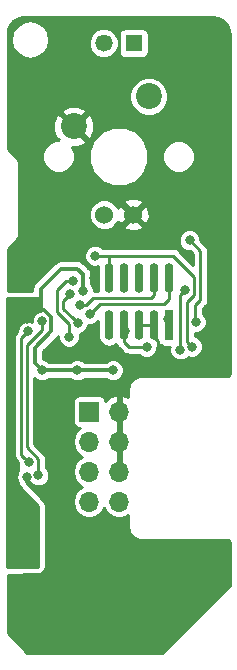
<source format=gbl>
G04 #@! TF.GenerationSoftware,KiCad,Pcbnew,5.0.1*
G04 #@! TF.CreationDate,2019-03-28T22:54:33+10:30*
G04 #@! TF.ProjectId,reflex,7265666C65782E6B696361645F706362,rev?*
G04 #@! TF.SameCoordinates,Original*
G04 #@! TF.FileFunction,Copper,L2,Bot,Signal*
G04 #@! TF.FilePolarity,Positive*
%FSLAX46Y46*%
G04 Gerber Fmt 4.6, Leading zero omitted, Abs format (unit mm)*
G04 Created by KiCad (PCBNEW 5.0.1) date Thu 28 Mar 2019 22:54:33 ACDT*
%MOMM*%
%LPD*%
G01*
G04 APERTURE LIST*
G04 #@! TA.AperFunction,ComponentPad*
%ADD10R,1.700000X1.700000*%
G04 #@! TD*
G04 #@! TA.AperFunction,ComponentPad*
%ADD11O,1.700000X1.700000*%
G04 #@! TD*
G04 #@! TA.AperFunction,ComponentPad*
%ADD12R,1.470000X1.470000*%
G04 #@! TD*
G04 #@! TA.AperFunction,ComponentPad*
%ADD13C,1.470000*%
G04 #@! TD*
G04 #@! TA.AperFunction,ComponentPad*
%ADD14C,2.200000*%
G04 #@! TD*
G04 #@! TA.AperFunction,ComponentPad*
%ADD15C,1.524000*%
G04 #@! TD*
G04 #@! TA.AperFunction,SMDPad,CuDef*
%ADD16O,0.750000X2.500000*%
G04 #@! TD*
G04 #@! TA.AperFunction,SMDPad,CuDef*
%ADD17R,0.750000X2.500000*%
G04 #@! TD*
G04 #@! TA.AperFunction,ViaPad*
%ADD18C,0.800000*%
G04 #@! TD*
G04 #@! TA.AperFunction,Conductor*
%ADD19C,0.250000*%
G04 #@! TD*
G04 #@! TA.AperFunction,Conductor*
%ADD20C,0.350000*%
G04 #@! TD*
G04 #@! TA.AperFunction,Conductor*
%ADD21C,0.254000*%
G04 #@! TD*
G04 #@! TA.AperFunction,Conductor*
%ADD22C,0.220000*%
G04 #@! TD*
G04 APERTURE END LIST*
D10*
G04 #@! TO.P,J2,1*
G04 #@! TO.N,Net-(J2-Pad1)*
X97500000Y-109000000D03*
D11*
G04 #@! TO.P,J2,8*
G04 #@! TO.N,GND*
X100040000Y-109000000D03*
G04 #@! TO.P,J2,2*
G04 #@! TO.N,Net-(J2-Pad2)*
X97500000Y-111540000D03*
G04 #@! TO.P,J2,7*
G04 #@! TO.N,GND*
X100040000Y-111540000D03*
G04 #@! TO.P,J2,3*
G04 #@! TO.N,Net-(J2-Pad3)*
X97500000Y-114080000D03*
G04 #@! TO.P,J2,6*
G04 #@! TO.N,GND*
X100040000Y-114080000D03*
G04 #@! TO.P,J2,4*
G04 #@! TO.N,Net-(J2-Pad4)*
X97500000Y-116620000D03*
G04 #@! TO.P,J2,5*
G04 #@! TO.N,Net-(J2-Pad5)*
X100040000Y-116620000D03*
G04 #@! TD*
D12*
G04 #@! TO.P,Q1,E*
G04 #@! TO.N,PHOTO_TRANS*
X101270000Y-77800000D03*
D13*
G04 #@! TO.P,Q1,C*
G04 #@! TO.N,Net-(Q1-PadC)*
X98730000Y-77800000D03*
G04 #@! TD*
D14*
G04 #@! TO.P,SW1,1*
G04 #@! TO.N,SWITCH_TRIG*
X102540000Y-82320000D03*
G04 #@! TO.P,SW1,2*
G04 #@! TO.N,GND*
X96190000Y-84860000D03*
D15*
G04 #@! TO.P,SW1,3*
G04 #@! TO.N,Net-(R4-Pad1)*
X98790000Y-92320000D03*
G04 #@! TO.P,SW1,4*
G04 #@! TO.N,GND*
X101220000Y-92320000D03*
G04 #@! TD*
D16*
G04 #@! TO.P,X1,9*
G04 #@! TO.N,Net-(X1-Pad9)*
X99160000Y-101700000D03*
G04 #@! TO.P,X1,7*
G04 #@! TO.N,PHOTO_TRANS*
X100430000Y-101700000D03*
G04 #@! TO.P,X1,5*
G04 #@! TO.N,GND*
X101700000Y-101700000D03*
G04 #@! TO.P,X1,3*
X102970000Y-101700000D03*
D17*
G04 #@! TO.P,X1,1*
G04 #@! TO.N,+3.3V*
X104240000Y-101700000D03*
D16*
G04 #@! TO.P,X1,10*
G04 #@! TO.N,~RESET*
X99160000Y-97700000D03*
G04 #@! TO.P,X1,8*
G04 #@! TO.N,Net-(X1-Pad8)*
X100430000Y-97700000D03*
G04 #@! TO.P,X1,6*
G04 #@! TO.N,Net-(X1-Pad6)*
X101700000Y-97700000D03*
G04 #@! TO.P,X1,4*
G04 #@! TO.N,STATUS_CAPTURE*
X102970000Y-97700000D03*
G04 #@! TO.P,X1,2*
G04 #@! TO.N,STATUS_TRIGGER*
X104240000Y-97700000D03*
G04 #@! TD*
D18*
G04 #@! TO.N,PHOTO_TRANS*
X100500000Y-102174990D03*
X106000000Y-94500000D03*
X102362653Y-103537347D03*
X106525010Y-101400000D03*
G04 #@! TO.N,GND*
X103250000Y-121250000D03*
X105000000Y-121000000D03*
X93200000Y-107500000D03*
X95625000Y-107400000D03*
X94275000Y-103700000D03*
X92200010Y-114500000D03*
X93204075Y-96504075D03*
X97947653Y-97722347D03*
X94900000Y-124600000D03*
X93000000Y-127000000D03*
X97100160Y-103625160D03*
X107000000Y-105600000D03*
X108700000Y-98900000D03*
X100800000Y-104499994D03*
X105400000Y-80400000D03*
G04 #@! TO.N,+3.3V*
X93500000Y-105500000D03*
X96500000Y-105500000D03*
X92600000Y-118600000D03*
X99500000Y-105500000D03*
X96987347Y-98812653D03*
X91500000Y-121500000D03*
X92200000Y-101200000D03*
X104200000Y-101200000D03*
G04 #@! TO.N,STATUS_CAPTURE*
X96700000Y-99975000D03*
G04 #@! TO.N,STATUS_TRIGGER*
X97600089Y-100700141D03*
G04 #@! TO.N,EXTERNAL_TRIG*
X105612653Y-98725000D03*
X105229846Y-103742538D03*
G04 #@! TO.N,~RESET*
X98000000Y-95800000D03*
X106200000Y-103500000D03*
G04 #@! TO.N,LED_DATA*
X95912664Y-99012655D03*
X96517724Y-101497468D03*
G04 #@! TO.N,LED_CLK*
X95800000Y-102700000D03*
X96100000Y-97950009D03*
G04 #@! TO.N,Net-(U4-Pad6)*
X93200000Y-114400000D03*
X93499994Y-101321030D03*
G04 #@! TO.N,Net-(U4-Pad1)*
X92399982Y-113300000D03*
X92299970Y-102199938D03*
G04 #@! TD*
D19*
G04 #@! TO.N,PHOTO_TRANS*
X106500000Y-101374990D02*
X106525010Y-101400000D01*
X106500000Y-100000000D02*
X106500000Y-101374990D01*
X106925009Y-99574991D02*
X106500000Y-100000000D01*
X106000000Y-94500000D02*
X106925009Y-95425009D01*
X106925009Y-95425009D02*
X106925009Y-99574991D01*
X100837347Y-103537347D02*
X102362653Y-103537347D01*
X100430000Y-101700000D02*
X100430000Y-103130000D01*
X100430000Y-103130000D02*
X100837347Y-103537347D01*
G04 #@! TO.N,GND*
X102970000Y-101700000D02*
X103000000Y-101730000D01*
X102970000Y-101700000D02*
X101700000Y-101700000D01*
X103300000Y-103000000D02*
X103300000Y-103900000D01*
X102970000Y-101700000D02*
X102970000Y-102670000D01*
X102970000Y-102670000D02*
X103300000Y-103000000D01*
D20*
G04 #@! TO.N,+3.3V*
X98934315Y-105500000D02*
X96500000Y-105500000D01*
X99500000Y-105500000D02*
X98934315Y-105500000D01*
X96500000Y-105500000D02*
X93500000Y-105500000D01*
X94300000Y-102200000D02*
X94300000Y-101000000D01*
X92900000Y-104900000D02*
X92900000Y-103600000D01*
X93500000Y-105500000D02*
X92900000Y-104900000D01*
X92900000Y-103600000D02*
X94300000Y-102200000D01*
X94300000Y-101000000D02*
X93700000Y-100400000D01*
X93700000Y-100400000D02*
X93500000Y-100400000D01*
D19*
X93000000Y-100400000D02*
X92200000Y-101200000D01*
X93500000Y-100400000D02*
X93000000Y-100400000D01*
X93400000Y-100300000D02*
X93500000Y-100400000D01*
D20*
X93400000Y-98600000D02*
X93400000Y-100300000D01*
X95100000Y-96900000D02*
X93400000Y-98600000D01*
X96987347Y-98812653D02*
X96987347Y-97387347D01*
X96500000Y-96900000D02*
X95100000Y-96900000D01*
X96987347Y-97387347D02*
X96500000Y-96900000D01*
D19*
G04 #@! TO.N,STATUS_CAPTURE*
X102970000Y-99130000D02*
X102970000Y-97700000D01*
X102700000Y-99400000D02*
X102970000Y-99130000D01*
X97840685Y-99400000D02*
X102700000Y-99400000D01*
X96700000Y-99975000D02*
X97265685Y-99975000D01*
X97265685Y-99975000D02*
X97840685Y-99400000D01*
G04 #@! TO.N,STATUS_TRIGGER*
X104240000Y-99460000D02*
X104240000Y-97700000D01*
X103849990Y-99850010D02*
X104240000Y-99460000D01*
X97600089Y-100700141D02*
X98450220Y-99850010D01*
X98450220Y-99850010D02*
X103849990Y-99850010D01*
G04 #@! TO.N,EXTERNAL_TRIG*
X105229846Y-103176853D02*
X105229846Y-103742538D01*
X105612653Y-98725000D02*
X105229846Y-99107807D01*
X105229846Y-99107807D02*
X105229846Y-103176853D01*
G04 #@! TO.N,~RESET*
X99200000Y-95800000D02*
X98000000Y-95800000D01*
X99160000Y-97700000D02*
X99160000Y-95840000D01*
X99160000Y-95840000D02*
X99200000Y-95800000D01*
X105800000Y-103100000D02*
X106200000Y-103500000D01*
X105800000Y-99699999D02*
X105800000Y-103100000D01*
X106400000Y-99099999D02*
X105800000Y-99699999D01*
X106400000Y-97600000D02*
X106400000Y-99099999D01*
X104600000Y-95800000D02*
X106400000Y-97600000D01*
X98000000Y-95800000D02*
X104600000Y-95800000D01*
G04 #@! TO.N,LED_DATA*
X96117725Y-101097469D02*
X96517724Y-101497468D01*
X95912664Y-99012655D02*
X95300000Y-99625319D01*
X95300000Y-100279744D02*
X96117725Y-101097469D01*
X95300000Y-99625319D02*
X95300000Y-100279744D01*
G04 #@! TO.N,LED_CLK*
X95800000Y-101600000D02*
X94750010Y-100550010D01*
X94750010Y-98734314D02*
X95534315Y-97950009D01*
X95534315Y-97950009D02*
X96100000Y-97950009D01*
X95800000Y-102700000D02*
X95800000Y-101600000D01*
X94750010Y-100550010D02*
X94750010Y-98734314D01*
G04 #@! TO.N,Net-(U4-Pad6)*
X93499994Y-102072916D02*
X92200000Y-103372910D01*
X93499994Y-101321030D02*
X93499994Y-102072916D01*
X93200000Y-113834315D02*
X93200000Y-114400000D01*
X93200000Y-113027016D02*
X93200000Y-113834315D01*
X92200000Y-112027016D02*
X93200000Y-113027016D01*
X92200000Y-103372910D02*
X92200000Y-112027016D01*
G04 #@! TO.N,Net-(U4-Pad1)*
X91999983Y-112900001D02*
X92399982Y-113300000D01*
X91749990Y-112650008D02*
X91999983Y-112900001D01*
X91749990Y-102749918D02*
X91749990Y-112650008D01*
X92299970Y-102199938D02*
X91749990Y-102749918D01*
G04 #@! TD*
D21*
G04 #@! TO.N,GND*
G36*
X108390649Y-75664087D02*
X108749891Y-75827424D01*
X109048853Y-76085027D01*
X109263497Y-76416183D01*
X109382533Y-76814212D01*
X109398000Y-77022342D01*
X109398001Y-105790703D01*
X109375838Y-105902125D01*
X109346313Y-105946312D01*
X109302124Y-105975838D01*
X109190708Y-105998000D01*
X101840712Y-105998000D01*
X101782561Y-106009567D01*
X101782557Y-106009567D01*
X101591214Y-106047627D01*
X101591212Y-106047628D01*
X101591211Y-106047628D01*
X101501321Y-106084862D01*
X101374206Y-106137515D01*
X101374205Y-106137516D01*
X101374202Y-106137517D01*
X101211991Y-106245904D01*
X101101266Y-106356631D01*
X101045904Y-106411992D01*
X100937517Y-106574202D01*
X100937516Y-106574205D01*
X100937515Y-106574206D01*
X100911274Y-106637557D01*
X100862419Y-106755504D01*
X100847627Y-106791214D01*
X100809567Y-106982556D01*
X100809567Y-106982566D01*
X100798001Y-107040712D01*
X100798001Y-107746885D01*
X100396892Y-107558514D01*
X100167000Y-107679181D01*
X100167000Y-108873000D01*
X100187000Y-108873000D01*
X100187000Y-109127000D01*
X100167000Y-109127000D01*
X100167000Y-111413000D01*
X100187000Y-111413000D01*
X100187000Y-111667000D01*
X100167000Y-111667000D01*
X100167000Y-113953000D01*
X100187000Y-113953000D01*
X100187000Y-114207000D01*
X100167000Y-114207000D01*
X100167000Y-114227000D01*
X99913000Y-114227000D01*
X99913000Y-114207000D01*
X99893000Y-114207000D01*
X99893000Y-113953000D01*
X99913000Y-113953000D01*
X99913000Y-111667000D01*
X99893000Y-111667000D01*
X99893000Y-111413000D01*
X99913000Y-111413000D01*
X99913000Y-109127000D01*
X99893000Y-109127000D01*
X99893000Y-108873000D01*
X99913000Y-108873000D01*
X99913000Y-107679181D01*
X99683108Y-107558514D01*
X99158642Y-107804817D01*
X98879574Y-108111037D01*
X98846423Y-107944375D01*
X98729945Y-107770055D01*
X98555625Y-107653577D01*
X98350000Y-107612676D01*
X96650000Y-107612676D01*
X96444375Y-107653577D01*
X96270055Y-107770055D01*
X96153577Y-107944375D01*
X96112676Y-108150000D01*
X96112676Y-109850000D01*
X96153577Y-110055625D01*
X96270055Y-110229945D01*
X96444375Y-110346423D01*
X96650000Y-110387324D01*
X96746566Y-110387324D01*
X96507238Y-110547238D01*
X96202894Y-111002721D01*
X96096023Y-111540000D01*
X96202894Y-112077279D01*
X96507238Y-112532762D01*
X96922154Y-112810000D01*
X96507238Y-113087238D01*
X96202894Y-113542721D01*
X96096023Y-114080000D01*
X96202894Y-114617279D01*
X96507238Y-115072762D01*
X96922154Y-115350000D01*
X96507238Y-115627238D01*
X96202894Y-116082721D01*
X96096023Y-116620000D01*
X96202894Y-117157279D01*
X96507238Y-117612762D01*
X96962721Y-117917106D01*
X97364377Y-117997000D01*
X97635623Y-117997000D01*
X98037279Y-117917106D01*
X98492762Y-117612762D01*
X98770000Y-117197846D01*
X99047238Y-117612762D01*
X99502721Y-117917106D01*
X99904377Y-117997000D01*
X100175623Y-117997000D01*
X100577279Y-117917106D01*
X100798000Y-117769625D01*
X100798000Y-118809287D01*
X100809567Y-118867438D01*
X100809567Y-118867444D01*
X100847627Y-119058786D01*
X100847628Y-119058788D01*
X100847628Y-119058789D01*
X100878183Y-119132555D01*
X100914817Y-119220995D01*
X100937517Y-119275798D01*
X101045904Y-119438008D01*
X101092784Y-119484888D01*
X101211991Y-119604096D01*
X101374202Y-119712483D01*
X101374205Y-119712484D01*
X101374206Y-119712485D01*
X101466088Y-119750544D01*
X101591211Y-119802372D01*
X101591212Y-119802372D01*
X101591214Y-119802373D01*
X101782557Y-119840433D01*
X101782561Y-119840433D01*
X101840712Y-119852000D01*
X109190708Y-119852000D01*
X109302124Y-119874162D01*
X109346313Y-119903688D01*
X109375838Y-119947875D01*
X109398000Y-120059292D01*
X109398001Y-123719288D01*
X109391315Y-123752900D01*
X109382398Y-123766245D01*
X103766249Y-129382395D01*
X103752898Y-129391316D01*
X103719294Y-129398000D01*
X92259292Y-129398000D01*
X92246890Y-129395533D01*
X90604467Y-127753111D01*
X90602000Y-127740709D01*
X90602000Y-122817940D01*
X93111014Y-122779924D01*
X93245840Y-122760265D01*
X93344554Y-122732475D01*
X93577202Y-122595005D01*
X93649166Y-122521942D01*
X93783094Y-122287242D01*
X93809386Y-122188118D01*
X93827000Y-122053007D01*
X93827000Y-117031150D01*
X93817243Y-116930213D01*
X93802569Y-116855017D01*
X93726665Y-116667946D01*
X93684795Y-116603785D01*
X93621462Y-116524587D01*
X92127000Y-114986170D01*
X92127000Y-114190305D01*
X92215590Y-114227000D01*
X92273000Y-114227000D01*
X92273000Y-114584392D01*
X92414127Y-114925103D01*
X92674897Y-115185873D01*
X93015608Y-115327000D01*
X93384392Y-115327000D01*
X93725103Y-115185873D01*
X93985873Y-114925103D01*
X94127000Y-114584392D01*
X94127000Y-114215608D01*
X93985873Y-113874897D01*
X93852000Y-113741024D01*
X93852000Y-113091226D01*
X93864772Y-113027016D01*
X93852000Y-112962806D01*
X93852000Y-112962802D01*
X93814170Y-112772618D01*
X93774091Y-112712636D01*
X93706440Y-112611388D01*
X93706437Y-112611385D01*
X93670065Y-112556951D01*
X93615631Y-112520580D01*
X92852000Y-111756950D01*
X92852000Y-106162976D01*
X92974897Y-106285873D01*
X93315608Y-106427000D01*
X93684392Y-106427000D01*
X94025103Y-106285873D01*
X94108976Y-106202000D01*
X95891024Y-106202000D01*
X95974897Y-106285873D01*
X96315608Y-106427000D01*
X96684392Y-106427000D01*
X97025103Y-106285873D01*
X97108976Y-106202000D01*
X98891024Y-106202000D01*
X98974897Y-106285873D01*
X99315608Y-106427000D01*
X99684392Y-106427000D01*
X100025103Y-106285873D01*
X100285873Y-106025103D01*
X100427000Y-105684392D01*
X100427000Y-105315608D01*
X100285873Y-104974897D01*
X100025103Y-104714127D01*
X99684392Y-104573000D01*
X99315608Y-104573000D01*
X98974897Y-104714127D01*
X98891024Y-104798000D01*
X97108976Y-104798000D01*
X97025103Y-104714127D01*
X96684392Y-104573000D01*
X96315608Y-104573000D01*
X95974897Y-104714127D01*
X95891024Y-104798000D01*
X94108976Y-104798000D01*
X94025103Y-104714127D01*
X93684392Y-104573000D01*
X93602000Y-104573000D01*
X93602000Y-103890777D01*
X94747505Y-102745273D01*
X94806112Y-102706113D01*
X94845273Y-102647505D01*
X94845275Y-102647503D01*
X94873000Y-102606010D01*
X94873000Y-102884392D01*
X95014127Y-103225103D01*
X95274897Y-103485873D01*
X95615608Y-103627000D01*
X95984392Y-103627000D01*
X96325103Y-103485873D01*
X96585873Y-103225103D01*
X96727000Y-102884392D01*
X96727000Y-102515608D01*
X96689249Y-102424468D01*
X96702116Y-102424468D01*
X97042827Y-102283341D01*
X97303597Y-102022571D01*
X97444724Y-101681860D01*
X97444724Y-101627141D01*
X97784481Y-101627141D01*
X98125192Y-101486014D01*
X98258001Y-101353205D01*
X98258000Y-102663837D01*
X98310335Y-102926942D01*
X98509694Y-103225306D01*
X98808057Y-103424665D01*
X99160000Y-103494671D01*
X99511942Y-103424665D01*
X99787250Y-103240712D01*
X99815830Y-103384397D01*
X99918029Y-103537347D01*
X99959936Y-103600065D01*
X100014372Y-103636438D01*
X100330908Y-103952975D01*
X100367282Y-104007412D01*
X100421719Y-104043786D01*
X100421720Y-104043787D01*
X100487431Y-104087693D01*
X100582949Y-104151517D01*
X100773133Y-104189347D01*
X100773137Y-104189347D01*
X100837347Y-104202119D01*
X100901557Y-104189347D01*
X101703677Y-104189347D01*
X101837550Y-104323220D01*
X102178261Y-104464347D01*
X102547045Y-104464347D01*
X102887756Y-104323220D01*
X103148526Y-104062450D01*
X103289653Y-103721739D01*
X103289653Y-103526625D01*
X103573546Y-103389073D01*
X103659375Y-103446423D01*
X103865000Y-103487324D01*
X104332181Y-103487324D01*
X104302846Y-103558146D01*
X104302846Y-103926930D01*
X104443973Y-104267641D01*
X104704743Y-104528411D01*
X105045454Y-104669538D01*
X105414238Y-104669538D01*
X105754949Y-104528411D01*
X105903003Y-104380357D01*
X106015608Y-104427000D01*
X106384392Y-104427000D01*
X106725103Y-104285873D01*
X106985873Y-104025103D01*
X107127000Y-103684392D01*
X107127000Y-103315608D01*
X106985873Y-102974897D01*
X106725103Y-102714127D01*
X106452000Y-102601004D01*
X106452000Y-102327000D01*
X106709402Y-102327000D01*
X107050113Y-102185873D01*
X107310883Y-101925103D01*
X107452010Y-101584392D01*
X107452010Y-101215608D01*
X107310883Y-100874897D01*
X107152000Y-100716014D01*
X107152000Y-100270066D01*
X107340637Y-100081430D01*
X107395074Y-100045056D01*
X107539179Y-99829389D01*
X107577009Y-99639205D01*
X107577009Y-99639197D01*
X107589780Y-99574992D01*
X107577009Y-99510787D01*
X107577009Y-95489218D01*
X107589781Y-95425008D01*
X107577009Y-95360796D01*
X107577009Y-95360795D01*
X107539179Y-95170611D01*
X107395074Y-94954944D01*
X107340638Y-94918571D01*
X106927000Y-94504933D01*
X106927000Y-94315608D01*
X106785873Y-93974897D01*
X106525103Y-93714127D01*
X106184392Y-93573000D01*
X105815608Y-93573000D01*
X105474897Y-93714127D01*
X105214127Y-93974897D01*
X105073000Y-94315608D01*
X105073000Y-94684392D01*
X105214127Y-95025103D01*
X105474897Y-95285873D01*
X105815608Y-95427000D01*
X106004933Y-95427000D01*
X106273009Y-95695076D01*
X106273009Y-96550943D01*
X105106441Y-95384374D01*
X105070065Y-95329935D01*
X104854398Y-95185830D01*
X104664214Y-95148000D01*
X104664210Y-95148000D01*
X104600000Y-95135228D01*
X104535790Y-95148000D01*
X99264210Y-95148000D01*
X99200000Y-95135228D01*
X99135790Y-95148000D01*
X98658976Y-95148000D01*
X98525103Y-95014127D01*
X98184392Y-94873000D01*
X97815608Y-94873000D01*
X97474897Y-95014127D01*
X97214127Y-95274897D01*
X97073000Y-95615608D01*
X97073000Y-95984392D01*
X97214127Y-96325103D01*
X97474897Y-96585873D01*
X97815608Y-96727000D01*
X98184392Y-96727000D01*
X98266596Y-96692950D01*
X98258001Y-96736162D01*
X98258000Y-98663837D01*
X98274741Y-98748000D01*
X97914347Y-98748000D01*
X97914347Y-98628261D01*
X97773220Y-98287550D01*
X97689347Y-98203677D01*
X97689347Y-97456482D01*
X97703099Y-97387347D01*
X97689347Y-97318211D01*
X97648616Y-97113441D01*
X97493460Y-96881234D01*
X97434849Y-96842072D01*
X97045277Y-96452500D01*
X97006113Y-96393887D01*
X96773906Y-96238731D01*
X96569136Y-96198000D01*
X96569132Y-96198000D01*
X96500000Y-96184249D01*
X96430868Y-96198000D01*
X95169131Y-96198000D01*
X95099999Y-96184249D01*
X95030867Y-96198000D01*
X95030864Y-96198000D01*
X94826094Y-96238731D01*
X94826093Y-96238732D01*
X94826092Y-96238732D01*
X94779199Y-96270065D01*
X94593887Y-96393887D01*
X94554725Y-96452497D01*
X92952498Y-98054725D01*
X92893887Y-98093888D01*
X92854725Y-98152498D01*
X92786279Y-98254935D01*
X92738731Y-98326095D01*
X92698000Y-98530865D01*
X92698000Y-98530868D01*
X92684249Y-98600000D01*
X92698000Y-98669132D01*
X92698000Y-98773000D01*
X90602000Y-98773000D01*
X90602000Y-95280707D01*
X90608685Y-95247101D01*
X90617604Y-95233752D01*
X91317600Y-94533756D01*
X91350539Y-94484460D01*
X91350543Y-94484456D01*
X91458930Y-94322245D01*
X91481631Y-94267442D01*
X91511585Y-94195126D01*
X91548819Y-94105236D01*
X91548819Y-94105235D01*
X91548820Y-94105233D01*
X91561007Y-94043963D01*
X91567071Y-94034888D01*
X91602000Y-93859288D01*
X91602000Y-92063602D01*
X97501000Y-92063602D01*
X97501000Y-92576398D01*
X97697239Y-93050160D01*
X98059840Y-93412761D01*
X98533602Y-93609000D01*
X99046398Y-93609000D01*
X99520160Y-93412761D01*
X99632708Y-93300213D01*
X100419392Y-93300213D01*
X100488857Y-93542397D01*
X101012302Y-93729144D01*
X101567368Y-93701362D01*
X101951143Y-93542397D01*
X102020608Y-93300213D01*
X101220000Y-92499605D01*
X100419392Y-93300213D01*
X99632708Y-93300213D01*
X99882761Y-93050160D01*
X99939978Y-92912025D01*
X99997603Y-93051143D01*
X100239787Y-93120608D01*
X101040395Y-92320000D01*
X101399605Y-92320000D01*
X102200213Y-93120608D01*
X102442397Y-93051143D01*
X102629144Y-92527698D01*
X102601362Y-91972632D01*
X102442397Y-91588857D01*
X102200213Y-91519392D01*
X101399605Y-92320000D01*
X101040395Y-92320000D01*
X100239787Y-91519392D01*
X99997603Y-91588857D01*
X99944272Y-91738341D01*
X99882761Y-91589840D01*
X99632708Y-91339787D01*
X100419392Y-91339787D01*
X101220000Y-92140395D01*
X102020608Y-91339787D01*
X101951143Y-91097603D01*
X101427698Y-90910856D01*
X100872632Y-90938638D01*
X100488857Y-91097603D01*
X100419392Y-91339787D01*
X99632708Y-91339787D01*
X99520160Y-91227239D01*
X99046398Y-91031000D01*
X98533602Y-91031000D01*
X98059840Y-91227239D01*
X97697239Y-91589840D01*
X97501000Y-92063602D01*
X91602000Y-92063602D01*
X91602000Y-88140712D01*
X91567071Y-87965112D01*
X91552371Y-87891212D01*
X91500499Y-87765983D01*
X91462484Y-87674205D01*
X91354098Y-87511994D01*
X91336231Y-87494127D01*
X91317600Y-87466244D01*
X90977454Y-87126098D01*
X93543000Y-87126098D01*
X93543000Y-87673902D01*
X93752636Y-88180008D01*
X94139992Y-88567364D01*
X94646098Y-88777000D01*
X95193902Y-88777000D01*
X95700008Y-88567364D01*
X96087364Y-88180008D01*
X96297000Y-87673902D01*
X96297000Y-87126098D01*
X96202249Y-86897348D01*
X97473000Y-86897348D01*
X97473000Y-87902652D01*
X97857713Y-88831431D01*
X98568569Y-89542287D01*
X99497348Y-89927000D01*
X100502652Y-89927000D01*
X101431431Y-89542287D01*
X102142287Y-88831431D01*
X102527000Y-87902652D01*
X102527000Y-87126098D01*
X103703000Y-87126098D01*
X103703000Y-87673902D01*
X103912636Y-88180008D01*
X104299992Y-88567364D01*
X104806098Y-88777000D01*
X105353902Y-88777000D01*
X105860008Y-88567364D01*
X106247364Y-88180008D01*
X106457000Y-87673902D01*
X106457000Y-87126098D01*
X106247364Y-86619992D01*
X105860008Y-86232636D01*
X105353902Y-86023000D01*
X104806098Y-86023000D01*
X104299992Y-86232636D01*
X103912636Y-86619992D01*
X103703000Y-87126098D01*
X102527000Y-87126098D01*
X102527000Y-86897348D01*
X102142287Y-85968569D01*
X101431431Y-85257713D01*
X100502652Y-84873000D01*
X99497348Y-84873000D01*
X98568569Y-85257713D01*
X97857713Y-85968569D01*
X97473000Y-86897348D01*
X96202249Y-86897348D01*
X96087364Y-86619992D01*
X96067294Y-86599922D01*
X96591453Y-86582836D01*
X97124359Y-86362099D01*
X97235263Y-86084868D01*
X96190000Y-85039605D01*
X96175858Y-85053748D01*
X95996253Y-84874143D01*
X96010395Y-84860000D01*
X96369605Y-84860000D01*
X97414868Y-85905263D01*
X97692099Y-85794359D01*
X97935323Y-85148407D01*
X97912836Y-84458547D01*
X97692099Y-83925641D01*
X97414868Y-83814737D01*
X96369605Y-84860000D01*
X96010395Y-84860000D01*
X94965132Y-83814737D01*
X94687901Y-83925641D01*
X94444677Y-84571593D01*
X94467164Y-85261453D01*
X94687901Y-85794359D01*
X94965130Y-85905262D01*
X94851090Y-86019302D01*
X94854788Y-86023000D01*
X94646098Y-86023000D01*
X94139992Y-86232636D01*
X93752636Y-86619992D01*
X93543000Y-87126098D01*
X90977454Y-87126098D01*
X90604467Y-86753111D01*
X90602000Y-86740709D01*
X90602000Y-83635132D01*
X95144737Y-83635132D01*
X96190000Y-84680395D01*
X97235263Y-83635132D01*
X97124359Y-83357901D01*
X96478407Y-83114677D01*
X95788547Y-83137164D01*
X95255641Y-83357901D01*
X95144737Y-83635132D01*
X90602000Y-83635132D01*
X90602000Y-81996370D01*
X100913000Y-81996370D01*
X100913000Y-82643630D01*
X101160696Y-83241622D01*
X101618378Y-83699304D01*
X102216370Y-83947000D01*
X102863630Y-83947000D01*
X103461622Y-83699304D01*
X103919304Y-83241622D01*
X104167000Y-82643630D01*
X104167000Y-81996370D01*
X103919304Y-81398378D01*
X103461622Y-80940696D01*
X102863630Y-80693000D01*
X102216370Y-80693000D01*
X101618378Y-80940696D01*
X101160696Y-81398378D01*
X100913000Y-81996370D01*
X90602000Y-81996370D01*
X90602000Y-77500000D01*
X90878000Y-77500000D01*
X91001467Y-78120713D01*
X91353073Y-78646927D01*
X91879287Y-78998533D01*
X92500000Y-79122000D01*
X93120713Y-78998533D01*
X93646927Y-78646927D01*
X93998533Y-78120713D01*
X94112258Y-77548973D01*
X97468000Y-77548973D01*
X97468000Y-78051027D01*
X97660128Y-78514866D01*
X98015134Y-78869872D01*
X98478973Y-79062000D01*
X98981027Y-79062000D01*
X99444866Y-78869872D01*
X99799872Y-78514866D01*
X99992000Y-78051027D01*
X99992000Y-77548973D01*
X99799872Y-77085134D01*
X99779738Y-77065000D01*
X99997676Y-77065000D01*
X99997676Y-78535000D01*
X100038577Y-78740625D01*
X100155055Y-78914945D01*
X100329375Y-79031423D01*
X100535000Y-79072324D01*
X102005000Y-79072324D01*
X102210625Y-79031423D01*
X102384945Y-78914945D01*
X102501423Y-78740625D01*
X102542324Y-78535000D01*
X102542324Y-77065000D01*
X102501423Y-76859375D01*
X102384945Y-76685055D01*
X102210625Y-76568577D01*
X102005000Y-76527676D01*
X100535000Y-76527676D01*
X100329375Y-76568577D01*
X100155055Y-76685055D01*
X100038577Y-76859375D01*
X99997676Y-77065000D01*
X99779738Y-77065000D01*
X99444866Y-76730128D01*
X98981027Y-76538000D01*
X98478973Y-76538000D01*
X98015134Y-76730128D01*
X97660128Y-77085134D01*
X97468000Y-77548973D01*
X94112258Y-77548973D01*
X94122000Y-77500000D01*
X93998533Y-76879287D01*
X93646927Y-76353073D01*
X93120713Y-76001467D01*
X92500000Y-75878000D01*
X91879287Y-76001467D01*
X91353073Y-76353073D01*
X91001467Y-76879287D01*
X90878000Y-77500000D01*
X90602000Y-77500000D01*
X90602000Y-77042887D01*
X90664087Y-76609351D01*
X90827424Y-76250109D01*
X91085027Y-75951147D01*
X91416183Y-75736503D01*
X91814212Y-75617467D01*
X92022342Y-75602000D01*
X107957113Y-75602000D01*
X108390649Y-75664087D01*
X108390649Y-75664087D01*
G37*
X108390649Y-75664087D02*
X108749891Y-75827424D01*
X109048853Y-76085027D01*
X109263497Y-76416183D01*
X109382533Y-76814212D01*
X109398000Y-77022342D01*
X109398001Y-105790703D01*
X109375838Y-105902125D01*
X109346313Y-105946312D01*
X109302124Y-105975838D01*
X109190708Y-105998000D01*
X101840712Y-105998000D01*
X101782561Y-106009567D01*
X101782557Y-106009567D01*
X101591214Y-106047627D01*
X101591212Y-106047628D01*
X101591211Y-106047628D01*
X101501321Y-106084862D01*
X101374206Y-106137515D01*
X101374205Y-106137516D01*
X101374202Y-106137517D01*
X101211991Y-106245904D01*
X101101266Y-106356631D01*
X101045904Y-106411992D01*
X100937517Y-106574202D01*
X100937516Y-106574205D01*
X100937515Y-106574206D01*
X100911274Y-106637557D01*
X100862419Y-106755504D01*
X100847627Y-106791214D01*
X100809567Y-106982556D01*
X100809567Y-106982566D01*
X100798001Y-107040712D01*
X100798001Y-107746885D01*
X100396892Y-107558514D01*
X100167000Y-107679181D01*
X100167000Y-108873000D01*
X100187000Y-108873000D01*
X100187000Y-109127000D01*
X100167000Y-109127000D01*
X100167000Y-111413000D01*
X100187000Y-111413000D01*
X100187000Y-111667000D01*
X100167000Y-111667000D01*
X100167000Y-113953000D01*
X100187000Y-113953000D01*
X100187000Y-114207000D01*
X100167000Y-114207000D01*
X100167000Y-114227000D01*
X99913000Y-114227000D01*
X99913000Y-114207000D01*
X99893000Y-114207000D01*
X99893000Y-113953000D01*
X99913000Y-113953000D01*
X99913000Y-111667000D01*
X99893000Y-111667000D01*
X99893000Y-111413000D01*
X99913000Y-111413000D01*
X99913000Y-109127000D01*
X99893000Y-109127000D01*
X99893000Y-108873000D01*
X99913000Y-108873000D01*
X99913000Y-107679181D01*
X99683108Y-107558514D01*
X99158642Y-107804817D01*
X98879574Y-108111037D01*
X98846423Y-107944375D01*
X98729945Y-107770055D01*
X98555625Y-107653577D01*
X98350000Y-107612676D01*
X96650000Y-107612676D01*
X96444375Y-107653577D01*
X96270055Y-107770055D01*
X96153577Y-107944375D01*
X96112676Y-108150000D01*
X96112676Y-109850000D01*
X96153577Y-110055625D01*
X96270055Y-110229945D01*
X96444375Y-110346423D01*
X96650000Y-110387324D01*
X96746566Y-110387324D01*
X96507238Y-110547238D01*
X96202894Y-111002721D01*
X96096023Y-111540000D01*
X96202894Y-112077279D01*
X96507238Y-112532762D01*
X96922154Y-112810000D01*
X96507238Y-113087238D01*
X96202894Y-113542721D01*
X96096023Y-114080000D01*
X96202894Y-114617279D01*
X96507238Y-115072762D01*
X96922154Y-115350000D01*
X96507238Y-115627238D01*
X96202894Y-116082721D01*
X96096023Y-116620000D01*
X96202894Y-117157279D01*
X96507238Y-117612762D01*
X96962721Y-117917106D01*
X97364377Y-117997000D01*
X97635623Y-117997000D01*
X98037279Y-117917106D01*
X98492762Y-117612762D01*
X98770000Y-117197846D01*
X99047238Y-117612762D01*
X99502721Y-117917106D01*
X99904377Y-117997000D01*
X100175623Y-117997000D01*
X100577279Y-117917106D01*
X100798000Y-117769625D01*
X100798000Y-118809287D01*
X100809567Y-118867438D01*
X100809567Y-118867444D01*
X100847627Y-119058786D01*
X100847628Y-119058788D01*
X100847628Y-119058789D01*
X100878183Y-119132555D01*
X100914817Y-119220995D01*
X100937517Y-119275798D01*
X101045904Y-119438008D01*
X101092784Y-119484888D01*
X101211991Y-119604096D01*
X101374202Y-119712483D01*
X101374205Y-119712484D01*
X101374206Y-119712485D01*
X101466088Y-119750544D01*
X101591211Y-119802372D01*
X101591212Y-119802372D01*
X101591214Y-119802373D01*
X101782557Y-119840433D01*
X101782561Y-119840433D01*
X101840712Y-119852000D01*
X109190708Y-119852000D01*
X109302124Y-119874162D01*
X109346313Y-119903688D01*
X109375838Y-119947875D01*
X109398000Y-120059292D01*
X109398001Y-123719288D01*
X109391315Y-123752900D01*
X109382398Y-123766245D01*
X103766249Y-129382395D01*
X103752898Y-129391316D01*
X103719294Y-129398000D01*
X92259292Y-129398000D01*
X92246890Y-129395533D01*
X90604467Y-127753111D01*
X90602000Y-127740709D01*
X90602000Y-122817940D01*
X93111014Y-122779924D01*
X93245840Y-122760265D01*
X93344554Y-122732475D01*
X93577202Y-122595005D01*
X93649166Y-122521942D01*
X93783094Y-122287242D01*
X93809386Y-122188118D01*
X93827000Y-122053007D01*
X93827000Y-117031150D01*
X93817243Y-116930213D01*
X93802569Y-116855017D01*
X93726665Y-116667946D01*
X93684795Y-116603785D01*
X93621462Y-116524587D01*
X92127000Y-114986170D01*
X92127000Y-114190305D01*
X92215590Y-114227000D01*
X92273000Y-114227000D01*
X92273000Y-114584392D01*
X92414127Y-114925103D01*
X92674897Y-115185873D01*
X93015608Y-115327000D01*
X93384392Y-115327000D01*
X93725103Y-115185873D01*
X93985873Y-114925103D01*
X94127000Y-114584392D01*
X94127000Y-114215608D01*
X93985873Y-113874897D01*
X93852000Y-113741024D01*
X93852000Y-113091226D01*
X93864772Y-113027016D01*
X93852000Y-112962806D01*
X93852000Y-112962802D01*
X93814170Y-112772618D01*
X93774091Y-112712636D01*
X93706440Y-112611388D01*
X93706437Y-112611385D01*
X93670065Y-112556951D01*
X93615631Y-112520580D01*
X92852000Y-111756950D01*
X92852000Y-106162976D01*
X92974897Y-106285873D01*
X93315608Y-106427000D01*
X93684392Y-106427000D01*
X94025103Y-106285873D01*
X94108976Y-106202000D01*
X95891024Y-106202000D01*
X95974897Y-106285873D01*
X96315608Y-106427000D01*
X96684392Y-106427000D01*
X97025103Y-106285873D01*
X97108976Y-106202000D01*
X98891024Y-106202000D01*
X98974897Y-106285873D01*
X99315608Y-106427000D01*
X99684392Y-106427000D01*
X100025103Y-106285873D01*
X100285873Y-106025103D01*
X100427000Y-105684392D01*
X100427000Y-105315608D01*
X100285873Y-104974897D01*
X100025103Y-104714127D01*
X99684392Y-104573000D01*
X99315608Y-104573000D01*
X98974897Y-104714127D01*
X98891024Y-104798000D01*
X97108976Y-104798000D01*
X97025103Y-104714127D01*
X96684392Y-104573000D01*
X96315608Y-104573000D01*
X95974897Y-104714127D01*
X95891024Y-104798000D01*
X94108976Y-104798000D01*
X94025103Y-104714127D01*
X93684392Y-104573000D01*
X93602000Y-104573000D01*
X93602000Y-103890777D01*
X94747505Y-102745273D01*
X94806112Y-102706113D01*
X94845273Y-102647505D01*
X94845275Y-102647503D01*
X94873000Y-102606010D01*
X94873000Y-102884392D01*
X95014127Y-103225103D01*
X95274897Y-103485873D01*
X95615608Y-103627000D01*
X95984392Y-103627000D01*
X96325103Y-103485873D01*
X96585873Y-103225103D01*
X96727000Y-102884392D01*
X96727000Y-102515608D01*
X96689249Y-102424468D01*
X96702116Y-102424468D01*
X97042827Y-102283341D01*
X97303597Y-102022571D01*
X97444724Y-101681860D01*
X97444724Y-101627141D01*
X97784481Y-101627141D01*
X98125192Y-101486014D01*
X98258001Y-101353205D01*
X98258000Y-102663837D01*
X98310335Y-102926942D01*
X98509694Y-103225306D01*
X98808057Y-103424665D01*
X99160000Y-103494671D01*
X99511942Y-103424665D01*
X99787250Y-103240712D01*
X99815830Y-103384397D01*
X99918029Y-103537347D01*
X99959936Y-103600065D01*
X100014372Y-103636438D01*
X100330908Y-103952975D01*
X100367282Y-104007412D01*
X100421719Y-104043786D01*
X100421720Y-104043787D01*
X100487431Y-104087693D01*
X100582949Y-104151517D01*
X100773133Y-104189347D01*
X100773137Y-104189347D01*
X100837347Y-104202119D01*
X100901557Y-104189347D01*
X101703677Y-104189347D01*
X101837550Y-104323220D01*
X102178261Y-104464347D01*
X102547045Y-104464347D01*
X102887756Y-104323220D01*
X103148526Y-104062450D01*
X103289653Y-103721739D01*
X103289653Y-103526625D01*
X103573546Y-103389073D01*
X103659375Y-103446423D01*
X103865000Y-103487324D01*
X104332181Y-103487324D01*
X104302846Y-103558146D01*
X104302846Y-103926930D01*
X104443973Y-104267641D01*
X104704743Y-104528411D01*
X105045454Y-104669538D01*
X105414238Y-104669538D01*
X105754949Y-104528411D01*
X105903003Y-104380357D01*
X106015608Y-104427000D01*
X106384392Y-104427000D01*
X106725103Y-104285873D01*
X106985873Y-104025103D01*
X107127000Y-103684392D01*
X107127000Y-103315608D01*
X106985873Y-102974897D01*
X106725103Y-102714127D01*
X106452000Y-102601004D01*
X106452000Y-102327000D01*
X106709402Y-102327000D01*
X107050113Y-102185873D01*
X107310883Y-101925103D01*
X107452010Y-101584392D01*
X107452010Y-101215608D01*
X107310883Y-100874897D01*
X107152000Y-100716014D01*
X107152000Y-100270066D01*
X107340637Y-100081430D01*
X107395074Y-100045056D01*
X107539179Y-99829389D01*
X107577009Y-99639205D01*
X107577009Y-99639197D01*
X107589780Y-99574992D01*
X107577009Y-99510787D01*
X107577009Y-95489218D01*
X107589781Y-95425008D01*
X107577009Y-95360796D01*
X107577009Y-95360795D01*
X107539179Y-95170611D01*
X107395074Y-94954944D01*
X107340638Y-94918571D01*
X106927000Y-94504933D01*
X106927000Y-94315608D01*
X106785873Y-93974897D01*
X106525103Y-93714127D01*
X106184392Y-93573000D01*
X105815608Y-93573000D01*
X105474897Y-93714127D01*
X105214127Y-93974897D01*
X105073000Y-94315608D01*
X105073000Y-94684392D01*
X105214127Y-95025103D01*
X105474897Y-95285873D01*
X105815608Y-95427000D01*
X106004933Y-95427000D01*
X106273009Y-95695076D01*
X106273009Y-96550943D01*
X105106441Y-95384374D01*
X105070065Y-95329935D01*
X104854398Y-95185830D01*
X104664214Y-95148000D01*
X104664210Y-95148000D01*
X104600000Y-95135228D01*
X104535790Y-95148000D01*
X99264210Y-95148000D01*
X99200000Y-95135228D01*
X99135790Y-95148000D01*
X98658976Y-95148000D01*
X98525103Y-95014127D01*
X98184392Y-94873000D01*
X97815608Y-94873000D01*
X97474897Y-95014127D01*
X97214127Y-95274897D01*
X97073000Y-95615608D01*
X97073000Y-95984392D01*
X97214127Y-96325103D01*
X97474897Y-96585873D01*
X97815608Y-96727000D01*
X98184392Y-96727000D01*
X98266596Y-96692950D01*
X98258001Y-96736162D01*
X98258000Y-98663837D01*
X98274741Y-98748000D01*
X97914347Y-98748000D01*
X97914347Y-98628261D01*
X97773220Y-98287550D01*
X97689347Y-98203677D01*
X97689347Y-97456482D01*
X97703099Y-97387347D01*
X97689347Y-97318211D01*
X97648616Y-97113441D01*
X97493460Y-96881234D01*
X97434849Y-96842072D01*
X97045277Y-96452500D01*
X97006113Y-96393887D01*
X96773906Y-96238731D01*
X96569136Y-96198000D01*
X96569132Y-96198000D01*
X96500000Y-96184249D01*
X96430868Y-96198000D01*
X95169131Y-96198000D01*
X95099999Y-96184249D01*
X95030867Y-96198000D01*
X95030864Y-96198000D01*
X94826094Y-96238731D01*
X94826093Y-96238732D01*
X94826092Y-96238732D01*
X94779199Y-96270065D01*
X94593887Y-96393887D01*
X94554725Y-96452497D01*
X92952498Y-98054725D01*
X92893887Y-98093888D01*
X92854725Y-98152498D01*
X92786279Y-98254935D01*
X92738731Y-98326095D01*
X92698000Y-98530865D01*
X92698000Y-98530868D01*
X92684249Y-98600000D01*
X92698000Y-98669132D01*
X92698000Y-98773000D01*
X90602000Y-98773000D01*
X90602000Y-95280707D01*
X90608685Y-95247101D01*
X90617604Y-95233752D01*
X91317600Y-94533756D01*
X91350539Y-94484460D01*
X91350543Y-94484456D01*
X91458930Y-94322245D01*
X91481631Y-94267442D01*
X91511585Y-94195126D01*
X91548819Y-94105236D01*
X91548819Y-94105235D01*
X91548820Y-94105233D01*
X91561007Y-94043963D01*
X91567071Y-94034888D01*
X91602000Y-93859288D01*
X91602000Y-92063602D01*
X97501000Y-92063602D01*
X97501000Y-92576398D01*
X97697239Y-93050160D01*
X98059840Y-93412761D01*
X98533602Y-93609000D01*
X99046398Y-93609000D01*
X99520160Y-93412761D01*
X99632708Y-93300213D01*
X100419392Y-93300213D01*
X100488857Y-93542397D01*
X101012302Y-93729144D01*
X101567368Y-93701362D01*
X101951143Y-93542397D01*
X102020608Y-93300213D01*
X101220000Y-92499605D01*
X100419392Y-93300213D01*
X99632708Y-93300213D01*
X99882761Y-93050160D01*
X99939978Y-92912025D01*
X99997603Y-93051143D01*
X100239787Y-93120608D01*
X101040395Y-92320000D01*
X101399605Y-92320000D01*
X102200213Y-93120608D01*
X102442397Y-93051143D01*
X102629144Y-92527698D01*
X102601362Y-91972632D01*
X102442397Y-91588857D01*
X102200213Y-91519392D01*
X101399605Y-92320000D01*
X101040395Y-92320000D01*
X100239787Y-91519392D01*
X99997603Y-91588857D01*
X99944272Y-91738341D01*
X99882761Y-91589840D01*
X99632708Y-91339787D01*
X100419392Y-91339787D01*
X101220000Y-92140395D01*
X102020608Y-91339787D01*
X101951143Y-91097603D01*
X101427698Y-90910856D01*
X100872632Y-90938638D01*
X100488857Y-91097603D01*
X100419392Y-91339787D01*
X99632708Y-91339787D01*
X99520160Y-91227239D01*
X99046398Y-91031000D01*
X98533602Y-91031000D01*
X98059840Y-91227239D01*
X97697239Y-91589840D01*
X97501000Y-92063602D01*
X91602000Y-92063602D01*
X91602000Y-88140712D01*
X91567071Y-87965112D01*
X91552371Y-87891212D01*
X91500499Y-87765983D01*
X91462484Y-87674205D01*
X91354098Y-87511994D01*
X91336231Y-87494127D01*
X91317600Y-87466244D01*
X90977454Y-87126098D01*
X93543000Y-87126098D01*
X93543000Y-87673902D01*
X93752636Y-88180008D01*
X94139992Y-88567364D01*
X94646098Y-88777000D01*
X95193902Y-88777000D01*
X95700008Y-88567364D01*
X96087364Y-88180008D01*
X96297000Y-87673902D01*
X96297000Y-87126098D01*
X96202249Y-86897348D01*
X97473000Y-86897348D01*
X97473000Y-87902652D01*
X97857713Y-88831431D01*
X98568569Y-89542287D01*
X99497348Y-89927000D01*
X100502652Y-89927000D01*
X101431431Y-89542287D01*
X102142287Y-88831431D01*
X102527000Y-87902652D01*
X102527000Y-87126098D01*
X103703000Y-87126098D01*
X103703000Y-87673902D01*
X103912636Y-88180008D01*
X104299992Y-88567364D01*
X104806098Y-88777000D01*
X105353902Y-88777000D01*
X105860008Y-88567364D01*
X106247364Y-88180008D01*
X106457000Y-87673902D01*
X106457000Y-87126098D01*
X106247364Y-86619992D01*
X105860008Y-86232636D01*
X105353902Y-86023000D01*
X104806098Y-86023000D01*
X104299992Y-86232636D01*
X103912636Y-86619992D01*
X103703000Y-87126098D01*
X102527000Y-87126098D01*
X102527000Y-86897348D01*
X102142287Y-85968569D01*
X101431431Y-85257713D01*
X100502652Y-84873000D01*
X99497348Y-84873000D01*
X98568569Y-85257713D01*
X97857713Y-85968569D01*
X97473000Y-86897348D01*
X96202249Y-86897348D01*
X96087364Y-86619992D01*
X96067294Y-86599922D01*
X96591453Y-86582836D01*
X97124359Y-86362099D01*
X97235263Y-86084868D01*
X96190000Y-85039605D01*
X96175858Y-85053748D01*
X95996253Y-84874143D01*
X96010395Y-84860000D01*
X96369605Y-84860000D01*
X97414868Y-85905263D01*
X97692099Y-85794359D01*
X97935323Y-85148407D01*
X97912836Y-84458547D01*
X97692099Y-83925641D01*
X97414868Y-83814737D01*
X96369605Y-84860000D01*
X96010395Y-84860000D01*
X94965132Y-83814737D01*
X94687901Y-83925641D01*
X94444677Y-84571593D01*
X94467164Y-85261453D01*
X94687901Y-85794359D01*
X94965130Y-85905262D01*
X94851090Y-86019302D01*
X94854788Y-86023000D01*
X94646098Y-86023000D01*
X94139992Y-86232636D01*
X93752636Y-86619992D01*
X93543000Y-87126098D01*
X90977454Y-87126098D01*
X90604467Y-86753111D01*
X90602000Y-86740709D01*
X90602000Y-83635132D01*
X95144737Y-83635132D01*
X96190000Y-84680395D01*
X97235263Y-83635132D01*
X97124359Y-83357901D01*
X96478407Y-83114677D01*
X95788547Y-83137164D01*
X95255641Y-83357901D01*
X95144737Y-83635132D01*
X90602000Y-83635132D01*
X90602000Y-81996370D01*
X100913000Y-81996370D01*
X100913000Y-82643630D01*
X101160696Y-83241622D01*
X101618378Y-83699304D01*
X102216370Y-83947000D01*
X102863630Y-83947000D01*
X103461622Y-83699304D01*
X103919304Y-83241622D01*
X104167000Y-82643630D01*
X104167000Y-81996370D01*
X103919304Y-81398378D01*
X103461622Y-80940696D01*
X102863630Y-80693000D01*
X102216370Y-80693000D01*
X101618378Y-80940696D01*
X101160696Y-81398378D01*
X100913000Y-81996370D01*
X90602000Y-81996370D01*
X90602000Y-77500000D01*
X90878000Y-77500000D01*
X91001467Y-78120713D01*
X91353073Y-78646927D01*
X91879287Y-78998533D01*
X92500000Y-79122000D01*
X93120713Y-78998533D01*
X93646927Y-78646927D01*
X93998533Y-78120713D01*
X94112258Y-77548973D01*
X97468000Y-77548973D01*
X97468000Y-78051027D01*
X97660128Y-78514866D01*
X98015134Y-78869872D01*
X98478973Y-79062000D01*
X98981027Y-79062000D01*
X99444866Y-78869872D01*
X99799872Y-78514866D01*
X99992000Y-78051027D01*
X99992000Y-77548973D01*
X99799872Y-77085134D01*
X99779738Y-77065000D01*
X99997676Y-77065000D01*
X99997676Y-78535000D01*
X100038577Y-78740625D01*
X100155055Y-78914945D01*
X100329375Y-79031423D01*
X100535000Y-79072324D01*
X102005000Y-79072324D01*
X102210625Y-79031423D01*
X102384945Y-78914945D01*
X102501423Y-78740625D01*
X102542324Y-78535000D01*
X102542324Y-77065000D01*
X102501423Y-76859375D01*
X102384945Y-76685055D01*
X102210625Y-76568577D01*
X102005000Y-76527676D01*
X100535000Y-76527676D01*
X100329375Y-76568577D01*
X100155055Y-76685055D01*
X100038577Y-76859375D01*
X99997676Y-77065000D01*
X99779738Y-77065000D01*
X99444866Y-76730128D01*
X98981027Y-76538000D01*
X98478973Y-76538000D01*
X98015134Y-76730128D01*
X97660128Y-77085134D01*
X97468000Y-77548973D01*
X94112258Y-77548973D01*
X94122000Y-77500000D01*
X93998533Y-76879287D01*
X93646927Y-76353073D01*
X93120713Y-76001467D01*
X92500000Y-75878000D01*
X91879287Y-76001467D01*
X91353073Y-76353073D01*
X91001467Y-76879287D01*
X90878000Y-77500000D01*
X90602000Y-77500000D01*
X90602000Y-77042887D01*
X90664087Y-76609351D01*
X90827424Y-76250109D01*
X91085027Y-75951147D01*
X91416183Y-75736503D01*
X91814212Y-75617467D01*
X92022342Y-75602000D01*
X107957113Y-75602000D01*
X108390649Y-75664087D01*
G36*
X101573000Y-101827000D02*
X101553000Y-101827000D01*
X101553000Y-101573000D01*
X101573000Y-101573000D01*
X101573000Y-101827000D01*
X101573000Y-101827000D01*
G37*
X101573000Y-101827000D02*
X101553000Y-101827000D01*
X101553000Y-101573000D01*
X101573000Y-101573000D01*
X101573000Y-101827000D01*
D22*
G04 #@! TO.N,+3.3V*
G36*
X93333615Y-99418841D02*
X93362115Y-99437885D01*
X93381159Y-99466385D01*
X93390000Y-99510832D01*
X93390000Y-100457904D01*
X93246808Y-100486387D01*
X93088842Y-100551818D01*
X92946676Y-100646810D01*
X92825774Y-100767712D01*
X92730782Y-100909878D01*
X92665351Y-101067844D01*
X92631994Y-101235539D01*
X92631994Y-101397950D01*
X92553156Y-101365295D01*
X92385461Y-101331938D01*
X92214479Y-101331938D01*
X92046784Y-101365295D01*
X91888818Y-101430726D01*
X91746652Y-101525718D01*
X91625750Y-101646620D01*
X91623821Y-101649507D01*
X91597465Y-101667118D01*
X91580797Y-101680798D01*
X91567118Y-101697465D01*
X91523763Y-101762349D01*
X91513598Y-101781367D01*
X91507338Y-101802003D01*
X91492114Y-101878540D01*
X91491656Y-101883187D01*
X91465327Y-101946752D01*
X91431970Y-102114447D01*
X91431970Y-102229310D01*
X91351277Y-102310003D01*
X91328647Y-102328575D01*
X91310077Y-102351203D01*
X91254543Y-102418871D01*
X91249681Y-102427968D01*
X91199479Y-102521890D01*
X91165570Y-102633671D01*
X91156990Y-102720788D01*
X91156990Y-102720798D01*
X91154122Y-102749918D01*
X91156990Y-102779038D01*
X91156991Y-112620878D01*
X91154122Y-112650008D01*
X91165571Y-112766256D01*
X91199480Y-112878037D01*
X91254543Y-112981055D01*
X91310077Y-113048723D01*
X91310081Y-113048727D01*
X91328648Y-113071351D01*
X91351273Y-113089919D01*
X91490000Y-113228645D01*
X91490000Y-114000246D01*
X91430798Y-114088848D01*
X91365367Y-114246814D01*
X91332010Y-114414509D01*
X91332010Y-114585491D01*
X91365367Y-114753186D01*
X91430798Y-114911152D01*
X91490000Y-114999754D01*
X91490000Y-115118850D01*
X91492036Y-115139918D01*
X91506710Y-115215114D01*
X91512895Y-115235772D01*
X91522554Y-115254162D01*
X91564424Y-115318323D01*
X91577643Y-115334853D01*
X93157146Y-116960812D01*
X93181474Y-116998091D01*
X93190000Y-117041785D01*
X93190000Y-122038668D01*
X93174865Y-122095727D01*
X93143850Y-122127217D01*
X93087024Y-122143214D01*
X90543000Y-122181760D01*
X90543000Y-99410000D01*
X93289168Y-99410000D01*
X93333615Y-99418841D01*
X93333615Y-99418841D01*
G37*
X93333615Y-99418841D02*
X93362115Y-99437885D01*
X93381159Y-99466385D01*
X93390000Y-99510832D01*
X93390000Y-100457904D01*
X93246808Y-100486387D01*
X93088842Y-100551818D01*
X92946676Y-100646810D01*
X92825774Y-100767712D01*
X92730782Y-100909878D01*
X92665351Y-101067844D01*
X92631994Y-101235539D01*
X92631994Y-101397950D01*
X92553156Y-101365295D01*
X92385461Y-101331938D01*
X92214479Y-101331938D01*
X92046784Y-101365295D01*
X91888818Y-101430726D01*
X91746652Y-101525718D01*
X91625750Y-101646620D01*
X91623821Y-101649507D01*
X91597465Y-101667118D01*
X91580797Y-101680798D01*
X91567118Y-101697465D01*
X91523763Y-101762349D01*
X91513598Y-101781367D01*
X91507338Y-101802003D01*
X91492114Y-101878540D01*
X91491656Y-101883187D01*
X91465327Y-101946752D01*
X91431970Y-102114447D01*
X91431970Y-102229310D01*
X91351277Y-102310003D01*
X91328647Y-102328575D01*
X91310077Y-102351203D01*
X91254543Y-102418871D01*
X91249681Y-102427968D01*
X91199479Y-102521890D01*
X91165570Y-102633671D01*
X91156990Y-102720788D01*
X91156990Y-102720798D01*
X91154122Y-102749918D01*
X91156990Y-102779038D01*
X91156991Y-112620878D01*
X91154122Y-112650008D01*
X91165571Y-112766256D01*
X91199480Y-112878037D01*
X91254543Y-112981055D01*
X91310077Y-113048723D01*
X91310081Y-113048727D01*
X91328648Y-113071351D01*
X91351273Y-113089919D01*
X91490000Y-113228645D01*
X91490000Y-114000246D01*
X91430798Y-114088848D01*
X91365367Y-114246814D01*
X91332010Y-114414509D01*
X91332010Y-114585491D01*
X91365367Y-114753186D01*
X91430798Y-114911152D01*
X91490000Y-114999754D01*
X91490000Y-115118850D01*
X91492036Y-115139918D01*
X91506710Y-115215114D01*
X91512895Y-115235772D01*
X91522554Y-115254162D01*
X91564424Y-115318323D01*
X91577643Y-115334853D01*
X93157146Y-116960812D01*
X93181474Y-116998091D01*
X93190000Y-117041785D01*
X93190000Y-122038668D01*
X93174865Y-122095727D01*
X93143850Y-122127217D01*
X93087024Y-122143214D01*
X90543000Y-122181760D01*
X90543000Y-99410000D01*
X93289168Y-99410000D01*
X93333615Y-99418841D01*
G04 #@! TD*
M02*

</source>
